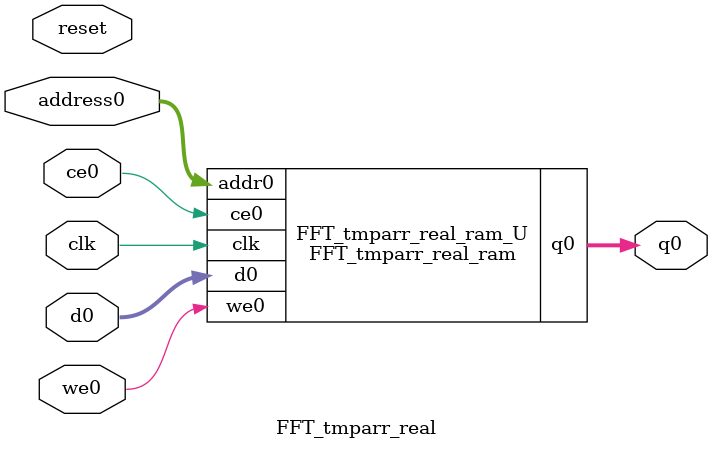
<source format=v>
`timescale 1 ns / 1 ps
module FFT_tmparr_real_ram (addr0, ce0, d0, we0, q0,  clk);

parameter DWIDTH = 32;
parameter AWIDTH = 10;
parameter MEM_SIZE = 1024;

input[AWIDTH-1:0] addr0;
input ce0;
input[DWIDTH-1:0] d0;
input we0;
output reg[DWIDTH-1:0] q0;
input clk;

(* ram_style = "block" *)reg [DWIDTH-1:0] ram[0:MEM_SIZE-1];




always @(posedge clk)  
begin 
    if (ce0) 
    begin
        if (we0) 
        begin 
            ram[addr0] <= d0; 
        end 
        q0 <= ram[addr0];
    end
end


endmodule

`timescale 1 ns / 1 ps
module FFT_tmparr_real(
    reset,
    clk,
    address0,
    ce0,
    we0,
    d0,
    q0);

parameter DataWidth = 32'd32;
parameter AddressRange = 32'd1024;
parameter AddressWidth = 32'd10;
input reset;
input clk;
input[AddressWidth - 1:0] address0;
input ce0;
input we0;
input[DataWidth - 1:0] d0;
output[DataWidth - 1:0] q0;



FFT_tmparr_real_ram FFT_tmparr_real_ram_U(
    .clk( clk ),
    .addr0( address0 ),
    .ce0( ce0 ),
    .we0( we0 ),
    .d0( d0 ),
    .q0( q0 ));

endmodule


</source>
